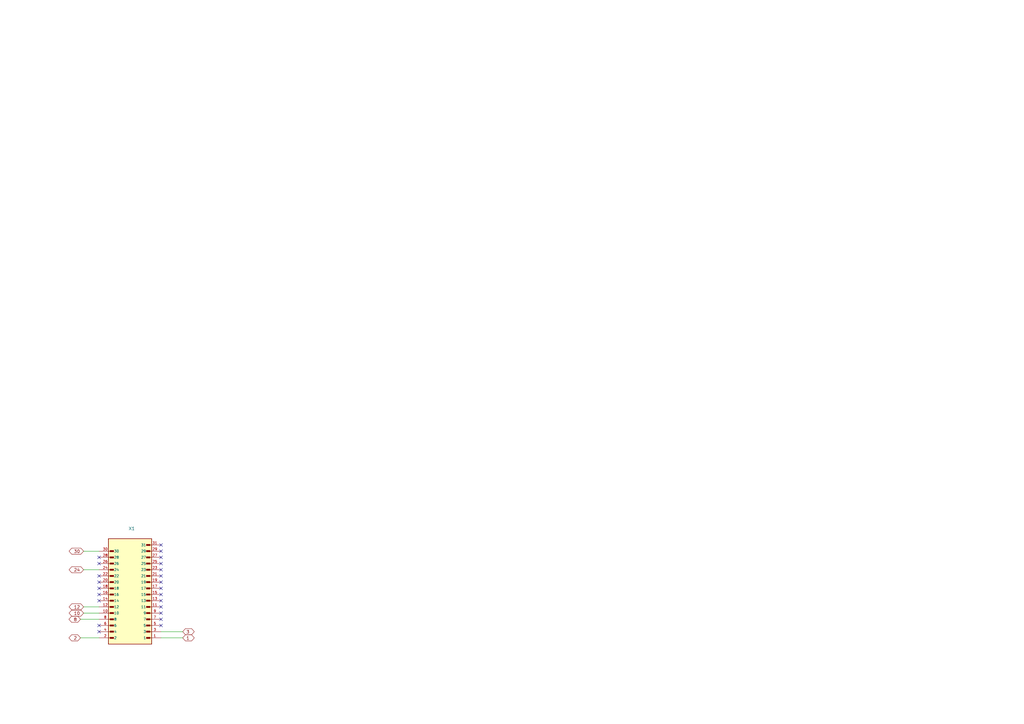
<source format=kicad_sch>
(kicad_sch (version 20250114) (generator "eeschema") (generator_version "9.0")
  (paper "A3")
  (title_block (title "Steuereinheit, 2-pulsig, 16 2/3 Hz") (date "2025-10-28") (rev "1") (company "DB Museum") (comment 1 "Ersatz für Siemens teb-p3 se 318 - 1a") (comment 2 "Ladegleichrichter Typ: GO-E120/60 Br-11"))
  (lib_symbols
    (symbol "101A10119X:101A10119X" (pin_names (offset 1.016))
      (property "Reference" "J" (at -10.16 21.59 0))
      (property "Value" "101A10119X" (at -10.16 -25.4 0))
      (symbol "101A10119X_0_0"
        (rectangle (start -8.89 -22.86) (end 8.89 20.32) (stroke (width 0.254)) (fill (type background)))
        (rectangle (start -8.255 17.4625) (end -6.6675 18.0975) (stroke (width 0.1)) (fill (type outline)))
        (rectangle (start -8.255 14.9225) (end -6.6675 15.5575) (stroke (width 0.1)) (fill (type outline)))
        (rectangle (start -8.255 12.3825) (end -6.6675 13.0175) (stroke (width 0.1)) (fill (type outline)))
        (rectangle (start -8.255 9.8425) (end -6.6675 10.4775) (stroke (width 0.1)) (fill (type outline)))
        (rectangle (start -8.255 7.3025) (end -6.6675 7.9375) (stroke (width 0.1)) (fill (type outline)))
        (rectangle (start -8.255 4.7625) (end -6.6675 5.3975) (stroke (width 0.1)) (fill (type outline)))
        (rectangle (start -8.255 2.2225) (end -6.6675 2.8575) (stroke (width 0.1)) (fill (type outline)))
        (rectangle (start -8.255 -0.3175) (end -6.6675 0.3175) (stroke (width 0.1)) (fill (type outline)))
        (rectangle (start -8.255 -2.8575) (end -6.6675 -2.2225) (stroke (width 0.1)) (fill (type outline)))
        (rectangle (start -8.255 -5.3975) (end -6.6675 -4.7625) (stroke (width 0.1)) (fill (type outline)))
        (rectangle (start -8.255 -7.9375) (end -6.6675 -7.3025) (stroke (width 0.1)) (fill (type outline)))
        (rectangle (start -8.255 -10.4775) (end -6.6675 -9.8425) (stroke (width 0.1)) (fill (type outline)))
        (rectangle (start -8.255 -13.0175) (end -6.6675 -12.3825) (stroke (width 0.1)) (fill (type outline)))
        (rectangle (start -8.255 -15.5575) (end -6.6675 -14.9225) (stroke (width 0.1)) (fill (type outline)))
        (rectangle (start -8.255 -18.0975) (end -6.6675 -17.4625) (stroke (width 0.1)) (fill (type outline)))
        (rectangle (start -8.255 -20.6375) (end -6.6675 -20.0025) (stroke (width 0.1)) (fill (type outline)))
        (rectangle (start 6.6675 17.4625) (end 8.255 18.0975) (stroke (width 0.1)) (fill (type outline)))
        (rectangle (start 6.6675 14.9225) (end 8.255 15.5575) (stroke (width 0.1)) (fill (type outline)))
        (rectangle (start 6.6675 12.3825) (end 8.255 13.0175) (stroke (width 0.1)) (fill (type outline)))
        (rectangle (start 6.6675 9.8425) (end 8.255 10.4775) (stroke (width 0.1)) (fill (type outline)))
        (rectangle (start 6.6675 7.3025) (end 8.255 7.9375) (stroke (width 0.1)) (fill (type outline)))
        (rectangle (start 6.6675 4.7625) (end 8.255 5.3975) (stroke (width 0.1)) (fill (type outline)))
        (rectangle (start 6.6675 2.2225) (end 8.255 2.8575) (stroke (width 0.1)) (fill (type outline)))
        (rectangle (start 6.6675 -0.3175) (end 8.255 0.3175) (stroke (width 0.1)) (fill (type outline)))
        (rectangle (start 6.6675 -2.8575) (end 8.255 -2.2225) (stroke (width 0.1)) (fill (type outline)))
        (rectangle (start 6.6675 -5.3975) (end 8.255 -4.7625) (stroke (width 0.1)) (fill (type outline)))
        (rectangle (start 6.6675 -7.9375) (end 8.255 -7.3025) (stroke (width 0.1)) (fill (type outline)))
        (rectangle (start 6.6675 -10.4775) (end 8.255 -9.8425) (stroke (width 0.1)) (fill (type outline)))
        (rectangle (start 6.6675 -13.0175) (end 8.255 -12.3825) (stroke (width 0.1)) (fill (type outline)))
        (rectangle (start 6.6675 -15.5575) (end 8.255 -14.9225) (stroke (width 0.1)) (fill (type outline)))
        (rectangle (start 6.6675 -18.0975) (end 8.255 -17.4625) (stroke (width 0.1)) (fill (type outline)))
        (pin passive line (at -12.7 17.78 0) (length 5.08) (name "1") (number "1"))
        (pin passive line (at -12.7 15.24 0) (length 5.08) (name "3") (number "3"))
        (pin passive line (at -12.7 12.7 0) (length 5.08) (name "5") (number "5"))
        (pin passive line (at -12.7 10.16 0) (length 5.08) (name "7") (number "7"))
        (pin passive line (at -12.7 7.62 0) (length 5.08) (name "9") (number "9"))
        (pin passive line (at -12.7 5.08 0) (length 5.08) (name "11") (number "11"))
        (pin passive line (at -12.7 2.54 0) (length 5.08) (name "13") (number "13"))
        (pin passive line (at -12.7 0 0) (length 5.08) (name "15") (number "15"))
        (pin passive line (at -12.7 -2.54 0) (length 5.08) (name "17") (number "17"))
        (pin passive line (at -12.7 -5.08 0) (length 5.08) (name "19") (number "19"))
        (pin passive line (at -12.7 -7.62 0) (length 5.08) (name "21") (number "21"))
        (pin passive line (at -12.7 -10.16 0) (length 5.08) (name "23") (number "23"))
        (pin passive line (at -12.7 -12.7 0) (length 5.08) (name "25") (number "25"))
        (pin passive line (at -12.7 -15.24 0) (length 5.08) (name "27") (number "27"))
        (pin passive line (at -12.7 -17.78 0) (length 5.08) (name "29") (number "29"))
        (pin passive line (at -12.7 -20.32 0) (length 5.08) (name "31") (number "31"))
        (pin passive line (at 12.7 17.78 180) (length 5.08) (name "2") (number "2"))
        (pin passive line (at 12.7 15.24 180) (length 5.08) (name "4") (number "4"))
        (pin passive line (at 12.7 12.7 180) (length 5.08) (name "6") (number "6"))
        (pin passive line (at 12.7 10.16 180) (length 5.08) (name "8") (number "8"))
        (pin passive line (at 12.7 7.62 180) (length 5.08) (name "10") (number "10"))
        (pin passive line (at 12.7 5.08 180) (length 5.08) (name "12") (number "12"))
        (pin passive line (at 12.7 2.54 180) (length 5.08) (name "14") (number "14"))
        (pin passive line (at 12.7 0 180) (length 5.08) (name "16") (number "16"))
        (pin passive line (at 12.7 -2.54 180) (length 5.08) (name "18") (number "18"))
        (pin passive line (at 12.7 -5.08 180) (length 5.08) (name "20") (number "20"))
        (pin passive line (at 12.7 -7.62 180) (length 5.08) (name "22") (number "22"))
        (pin passive line (at 12.7 -10.16 180) (length 5.08) (name "24") (number "24"))
        (pin passive line (at 12.7 -12.7 180) (length 5.08) (name "26") (number "26"))
        (pin passive line (at 12.7 -15.24 180) (length 5.08) (name "28") (number "28"))
        (pin passive line (at 12.7 -17.78 180) (length 5.08) (name "30") (number "30"))
      )
    )
  )
  (no_connect (at 66.04 238.76))
  (no_connect (at 66.04 251.46))
  (no_connect (at 66.04 223.52))
  (no_connect (at 66.04 233.68))
  (no_connect (at 40.64 228.6))
  (no_connect (at 66.04 246.38))
  (no_connect (at 40.64 241.3))
  (no_connect (at 40.64 231.14))
  (no_connect (at 40.64 236.22))
  (no_connect (at 40.64 256.54))
  (no_connect (at 66.04 226.06))
  (no_connect (at 66.04 256.54))
  (no_connect (at 40.64 243.84))
  (no_connect (at 66.04 231.14))
  (no_connect (at 66.04 243.84))
  (no_connect (at 66.04 236.22))
  (no_connect (at 66.04 228.6))
  (no_connect (at 66.04 241.3))
  (no_connect (at 40.64 238.76))
  (no_connect (at 40.64 246.38))
  (no_connect (at 66.04 254))
  (no_connect (at 66.04 248.92))
  (no_connect (at 40.64 259.08))
  (wire (pts (xy 33.02 254) (xy 40.64 254)))
  (wire (pts (xy 34.29 248.92) (xy 40.64 248.92)))
  (wire (pts (xy 33.02 261.62) (xy 40.64 261.62)))
  (wire (pts (xy 34.29 233.68) (xy 40.64 233.68)))
  (wire (pts (xy 66.04 261.62) (xy 74.93 261.62)))
  (wire (pts (xy 34.29 251.46) (xy 40.64 251.46)))
  (wire (pts (xy 66.04 259.08) (xy 74.93 259.08)))
  (wire (pts (xy 34.29 226.06) (xy 40.64 226.06)))
  (global_label "1" (shape bidirectional) (at 74.93 261.62 0) (property "Intersheetrefs" "${INTERSHEET_REFS}" (effects (hide yes))))
  (global_label "10" (shape bidirectional) (at 34.29 251.46 180) (property "Intersheetrefs" "${INTERSHEET_REFS}" (effects (hide yes))))
  (global_label "24" (shape bidirectional) (at 34.29 233.68 180) (property "Intersheetrefs" "${INTERSHEET_REFS}" (effects (hide yes))))
  (global_label "12" (shape bidirectional) (at 34.29 248.92 180) (property "Intersheetrefs" "${INTERSHEET_REFS}" (effects (hide yes))))
  (global_label "3" (shape bidirectional) (at 74.93 259.08 0) (property "Intersheetrefs" "${INTERSHEET_REFS}" (effects (hide yes))))
  (global_label "8" (shape bidirectional) (at 33.02 254 180) (property "Intersheetrefs" "${INTERSHEET_REFS}" (effects (hide yes))))
  (global_label "30" (shape bidirectional) (at 34.29 226.06 180) (property "Intersheetrefs" "${INTERSHEET_REFS}" (effects (hide yes))))
  (global_label "2" (shape bidirectional) (at 33.02 261.62 180) (property "Intersheetrefs" "${INTERSHEET_REFS}" (effects (hide yes))))
  (symbol (lib_id "101A10119X:101A10119X") (at 53.34 243.84 180) (unit 1)
    (property "Reference" "X1" (at 52.705 216.789 0) (effects (justify right)))
    (property "Value" "101A10119X" (effects (hide yes)))
    (property "Footprint" "101A10119X:CONEC_101A10119X" (effects (hide yes)))
    (property "MF" "Conec" (effects (hide yes)))
    (property "MAXIMUM_PACKAGE_HEIGHT" "8.5mm" (effects (hide yes)))
    (property "CREATOR" "DIZAR" (effects (hide yes)))
    (property "Price" "None" (effects (hide yes)))
    (property "Package" "None" (effects (hide yes)))
    (property "Check_prices" "https://www.snapeda.com/parts/101A10119X/Conec/view-part/?ref=eda" (effects (hide yes)))
    (property "STANDARD" "Manufacturer Recommendations" (effects (hide yes)))
    (property "PARTREV" "D" (effects (hide yes)))
    (property "SnapEDA_Link" "https://www.snapeda.com/parts/101A10119X/Conec/view-part/?ref=snap" (effects (hide yes)))
    (property "MP" "101A10119X" (effects (hide yes)))
    (property "Description_1" "31 Position Din Connector Header, Male Pins Gold Through Hole" (effects (hide yes)))
    (property "Availability" "In Stock" (effects (hide yes)))
    (property "MANUFACTURER" "Conec" (effects (hide yes)))
  )
)
</source>
